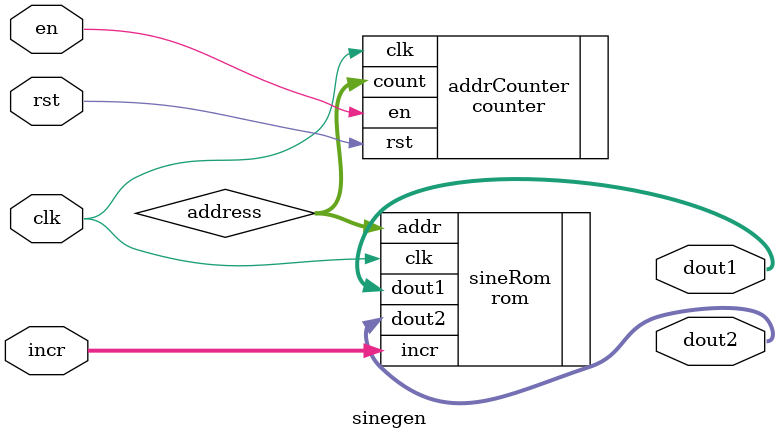
<source format=sv>
module sinegen #(
    parameter A_WIDTH = 8,
              D_WIDTH = 8
)(
    input logic clk,
    input logic rst,
    input logic en,
    input logic [D_WIDTH-1:0] incr,
    output logic [D_WIDTH-1:0] dout1,
    output logic [D_WIDTH-1:0] dout2
);

    logic [A_WIDTH:0] address; // interconnect wire

counter addrCounter (
    .clk (clk),
    .rst (rst),
    .en (en),
    .count (address)
);

rom sineRom (
    .clk (clk),
    .addr (address),
    .incr (incr),
    .dout1 (dout1),
    .dout2 (dout2)
);

endmodule

</source>
